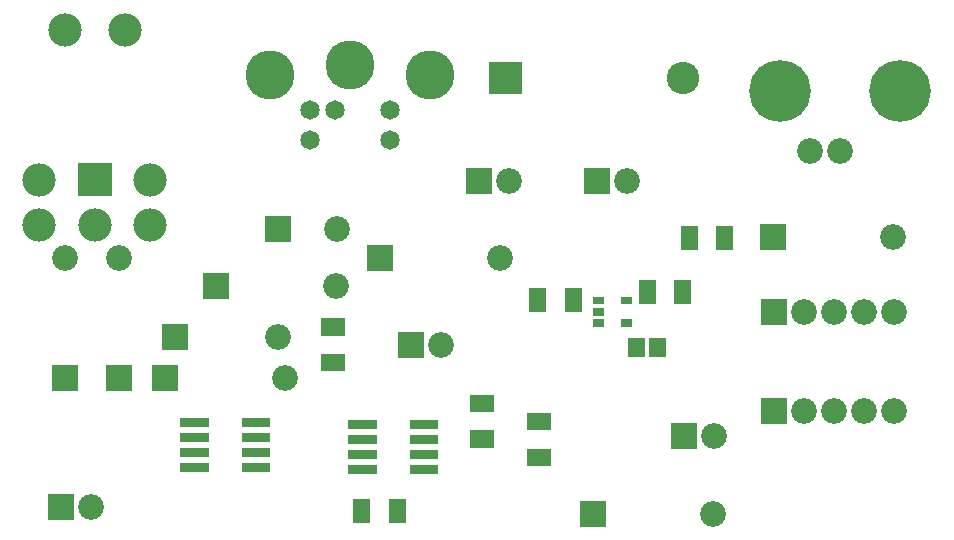
<source format=gts>
G04 start of page 2 for group 2 layer_idx 10 *
G04 Title: (unknown), top_mask *
G04 Creator: pcb-rnd 2.2.4 *
G04 CreationDate: 2020-09-30 02:20:23 UTC *
G04 For:  *
G04 Format: Gerber/RS-274X *
G04 PCB-Dimensions: 416500 193500 *
G04 PCB-Coordinate-Origin: lower left *
%MOIN*%
%FSLAX25Y25*%
%LNTOP_MASK_NONE_2*%
%ADD183C,0.1083*%
%ADD182C,0.2060*%
%ADD181C,0.0651*%
%ADD180C,0.1635*%
%ADD179C,0.1110*%
%ADD178C,0.0001*%
%ADD177C,0.0860*%
G54D177*X95500Y65000D03*
G54D178*G36*
X90500Y48500D02*X81000D01*
Y51500D01*
X90500D01*
Y48500D01*
G37*
G36*
Y43500D02*X81000D01*
Y46500D01*
X90500D01*
Y43500D01*
G37*
G36*
Y38500D02*X81000D01*
Y41500D01*
X90500D01*
Y38500D01*
G37*
G36*
X156960Y59264D02*Y53546D01*
X165040D01*
Y59264D01*
X156960D01*
G37*
G36*
X133200Y80300D02*X141800D01*
Y71700D01*
X133200D01*
Y80300D01*
G37*
G54D177*X147343Y76000D03*
G54D178*G36*
X90500Y33500D02*X81000D01*
Y36500D01*
X90500D01*
Y33500D01*
G37*
G36*
X107460Y72954D02*Y67236D01*
X115540D01*
Y72954D01*
X107460D01*
G37*
G36*
X116500Y51000D02*X126000D01*
Y48000D01*
X116500D01*
Y51000D01*
G37*
G36*
Y46000D02*X126000D01*
Y43000D01*
X116500D01*
Y46000D01*
G37*
G36*
Y36000D02*X126000D01*
Y33000D01*
X116500D01*
Y36000D01*
G37*
G36*
Y41000D02*X126000D01*
Y38000D01*
X116500D01*
Y41000D01*
G37*
G36*
X146500Y38000D02*X137000D01*
Y41000D01*
X146500D01*
Y38000D01*
G37*
G36*
X156960Y47454D02*Y41736D01*
X165040D01*
Y47454D01*
X156960D01*
G37*
G36*
X175960Y53169D02*Y47451D01*
X184040D01*
Y53169D01*
X175960D01*
G37*
G36*
X146500Y33000D02*X137000D01*
Y36000D01*
X146500D01*
Y33000D01*
G37*
G36*
X123859Y24540D02*X118141D01*
Y16460D01*
X123859D01*
Y24540D01*
G37*
G36*
X135669D02*X129951D01*
Y16460D01*
X135669D01*
Y24540D01*
G37*
G36*
X175960Y41359D02*Y35641D01*
X184040D01*
Y41359D01*
X175960D01*
G37*
G36*
X146500Y48000D02*X137000D01*
Y51000D01*
X146500D01*
Y48000D01*
G37*
G36*
Y43000D02*X137000D01*
Y46000D01*
X146500D01*
Y43000D01*
G37*
G54D177*X93100Y78500D03*
X112500Y95500D03*
G54D178*G36*
X88700Y118800D02*X97300D01*
Y110200D01*
X88700D01*
Y118800D01*
G37*
G54D177*X112700Y114500D03*
G54D178*G36*
X122743Y109300D02*X131343D01*
Y100700D01*
X122743D01*
Y109300D01*
G37*
G36*
X107460Y84764D02*Y79046D01*
X115540D01*
Y84764D01*
X107460D01*
G37*
G36*
X182454Y95040D02*X176736D01*
Y86960D01*
X182454D01*
Y95040D01*
G37*
G54D177*X167043Y105000D03*
G54D178*G36*
X194264Y95040D02*X188546D01*
Y86960D01*
X194264D01*
Y95040D01*
G37*
G36*
X197903Y88284D02*Y85716D01*
X201652D01*
Y88284D01*
X197903D01*
G37*
G36*
Y92024D02*Y89456D01*
X201652D01*
Y92024D01*
X197903D01*
G37*
G36*
Y84544D02*Y81976D01*
X201652D01*
Y84544D01*
X197903D01*
G37*
G36*
X193700Y23800D02*X202300D01*
Y15200D01*
X193700D01*
Y23800D01*
G37*
G36*
X207351Y84544D02*Y81976D01*
X211100D01*
Y84544D01*
X207351D01*
G37*
G36*
Y92024D02*Y89456D01*
X211100D01*
Y92024D01*
X207351D01*
G37*
G36*
X215359Y78252D02*X209641D01*
Y71748D01*
X215359D01*
Y78252D01*
G37*
G36*
X222445D02*X216727D01*
Y71748D01*
X222445D01*
Y78252D01*
G37*
G36*
X218954Y97540D02*X213236D01*
Y89460D01*
X218954D01*
Y97540D01*
G37*
G36*
X253700Y116300D02*X262300D01*
Y107700D01*
X253700D01*
Y116300D01*
G37*
G36*
X232954Y115540D02*X227236D01*
Y107460D01*
X232954D01*
Y115540D01*
G37*
G36*
X244764D02*X239046D01*
Y107460D01*
X244764D01*
Y115540D01*
G37*
G36*
X254200Y91300D02*X262800D01*
Y82700D01*
X254200D01*
Y91300D01*
G37*
G36*
X230764Y97540D02*X225046D01*
Y89460D01*
X230764D01*
Y97540D01*
G37*
G36*
X254200Y58300D02*X262800D01*
Y49700D01*
X254200D01*
Y58300D01*
G37*
G54D177*X268500Y54000D03*
G54D178*G36*
X224200Y49800D02*X232800D01*
Y41200D01*
X224200D01*
Y49800D01*
G37*
G54D177*X278500Y54000D03*
X238000Y19500D03*
X238343Y45500D03*
X288500Y54000D03*
X298500D03*
X268500Y87000D03*
X278500D03*
X288500D03*
X298500D03*
G54D179*X22000Y181000D03*
X42000D03*
X13500Y131000D03*
Y116000D03*
X32000D03*
G54D178*G36*
X26450Y136550D02*X37550D01*
Y125450D01*
X26450D01*
Y136550D01*
G37*
G54D179*X50500Y131000D03*
Y116000D03*
G54D177*X40000Y105000D03*
G54D178*G36*
X51200Y69300D02*X59800D01*
Y60700D01*
X51200D01*
Y69300D01*
G37*
G36*
X35700Y60700D02*Y69300D01*
X44300D01*
Y60700D01*
X35700D01*
G37*
G36*
X54500Y82800D02*X63100D01*
Y74200D01*
X54500D01*
Y82800D01*
G37*
G54D177*X30566Y21994D03*
G54D178*G36*
X17700Y60700D02*Y69300D01*
X26300D01*
Y60700D01*
X17700D01*
G37*
G36*
X16423Y26294D02*X25023D01*
Y17694D01*
X16423D01*
Y26294D01*
G37*
G54D177*X22000Y105000D03*
G54D178*G36*
X68200Y99800D02*X76800D01*
Y91200D01*
X68200D01*
Y99800D01*
G37*
G36*
X60500Y51500D02*X70000D01*
Y48500D01*
X60500D01*
Y51500D01*
G37*
G36*
Y46500D02*X70000D01*
Y43500D01*
X60500D01*
Y46500D01*
G37*
G36*
Y41500D02*X70000D01*
Y38500D01*
X60500D01*
Y41500D01*
G37*
G36*
Y36500D02*X70000D01*
Y33500D01*
X60500D01*
Y36500D01*
G37*
G54D180*X90425Y165933D03*
G54D181*X103614Y144280D03*
X111882Y154122D03*
X103614D03*
G54D180*X117000Y169083D03*
X143575Y165933D03*
G54D181*X130386Y154122D03*
G54D182*X260500Y160500D03*
G54D178*G36*
X163457Y170274D02*Y159447D01*
X174283D01*
Y170274D01*
X163457D01*
G37*
G54D183*X227925Y164860D03*
G54D181*X130386Y144280D03*
G54D182*X300500Y160500D03*
G54D177*X298000Y112000D03*
X270500Y140500D03*
X280500D03*
G54D178*G36*
X155857Y134800D02*X164457D01*
Y126200D01*
X155857D01*
Y134800D01*
G37*
G54D177*X170000Y130500D03*
G54D178*G36*
X195183Y134744D02*X203783D01*
Y126144D01*
X195183D01*
Y134744D01*
G37*
G54D177*X209325Y130444D03*
M02*

</source>
